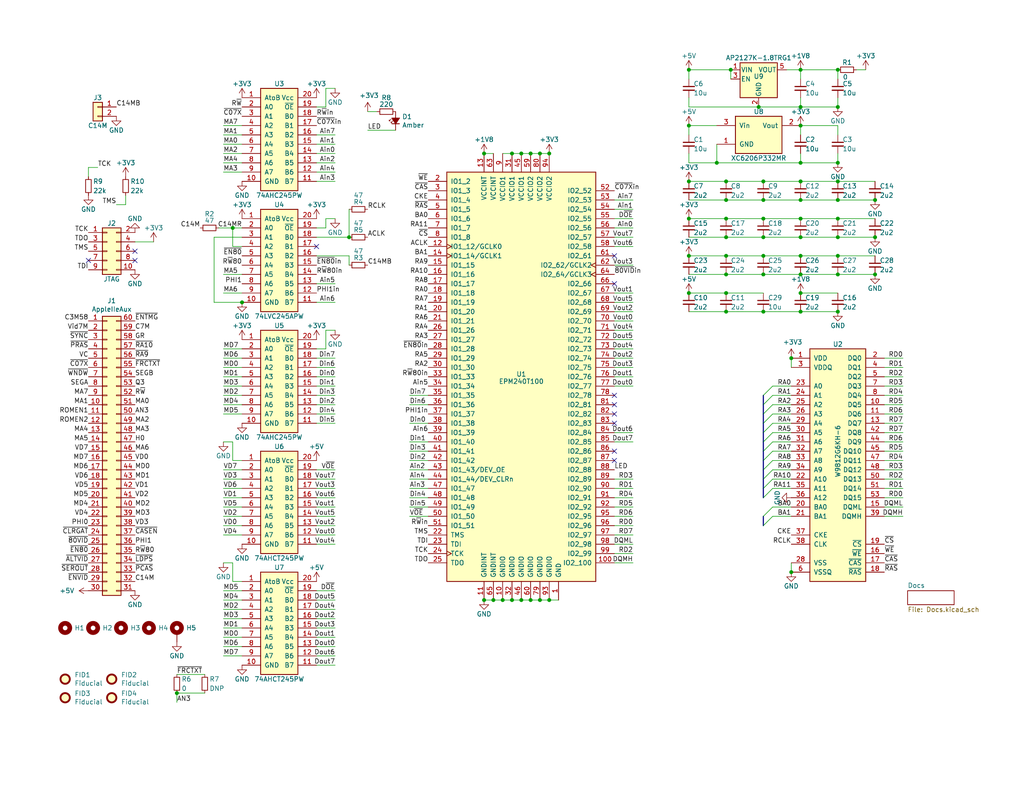
<source format=kicad_sch>
(kicad_sch (version 20230121) (generator eeschema)
  (paper "USLetter")
  (title_block (title "GW4203B (RAM2E II) - EPM240 / 5M240Z / AG256") (date "2023-10-21") (rev "2.1") (company "Garrett's Workshop"))
  (junction (at 228.6 54.61))
  (junction (at 208.28 59.69))
  (junction (at 208.28 85.09))
  (junction (at 198.12 80.01))
  (junction (at 95.25 64.77))
  (junction (at 218.44 19.05))
  (junction (at 187.96 49.53))
  (junction (at 228.6 64.77))
  (junction (at 218.44 85.09))
  (junction (at 198.12 74.93))
  (junction (at 218.44 80.01))
  (junction (at 208.28 69.85))
  (junction (at 208.28 64.77))
  (junction (at 228.6 74.93))
  (junction (at 238.76 64.77))
  (junction (at 198.12 69.85))
  (junction (at 198.12 49.53))
  (junction (at 198.12 54.61))
  (junction (at 147.32 163.83))
  (junction (at 215.9 97.79))
  (junction (at 142.24 163.83))
  (junction (at 199.39 19.05))
  (junction (at 139.7 163.83))
  (junction (at 218.44 29.21))
  (junction (at 147.32 41.91))
  (junction (at 218.44 44.45))
  (junction (at 208.28 74.93))
  (junction (at 187.96 80.01))
  (junction (at 218.44 49.53))
  (junction (at 207.01 29.21))
  (junction (at 149.86 41.91))
  (junction (at 198.12 85.09))
  (junction (at 187.96 59.69))
  (junction (at 139.7 41.91))
  (junction (at 142.24 41.91))
  (junction (at 48.26 189.23))
  (junction (at 228.6 44.45))
  (junction (at 238.76 74.93))
  (junction (at 215.9 156.21))
  (junction (at 132.08 163.83))
  (junction (at 134.62 163.83))
  (junction (at 198.12 64.77))
  (junction (at 137.16 163.83))
  (junction (at 195.58 44.45))
  (junction (at 218.44 59.69))
  (junction (at 208.28 49.53))
  (junction (at 228.6 59.69))
  (junction (at 228.6 85.09))
  (junction (at 187.96 69.85))
  (junction (at 218.44 54.61))
  (junction (at 144.78 163.83))
  (junction (at 149.86 163.83))
  (junction (at 66.04 82.55))
  (junction (at 144.78 41.91))
  (junction (at 218.44 74.93))
  (junction (at 218.44 34.29))
  (junction (at 63.5 62.23))
  (junction (at 132.08 41.91))
  (junction (at 187.96 19.05))
  (junction (at 208.28 54.61))
  (junction (at 228.6 69.85))
  (junction (at 198.12 59.69))
  (junction (at 218.44 64.77))
  (junction (at 228.6 19.05))
  (junction (at 228.6 49.53))
  (junction (at 228.6 29.21))
  (junction (at 238.76 54.61))
  (junction (at 187.96 34.29))
  (junction (at 218.44 69.85))
  (no_connect (at 86.36 67.31))
  (no_connect (at 167.64 123.19))
  (no_connect (at 167.64 69.85))
  (no_connect (at 167.64 77.47))
  (no_connect (at 24.13 71.12))
  (no_connect (at 167.64 115.57))
  (no_connect (at 36.83 71.12))
  (no_connect (at 167.64 107.95))
  (no_connect (at 167.64 110.49))
  (no_connect (at 167.64 125.73))
  (no_connect (at 36.83 68.58))
  (no_connect (at 167.64 113.03))
  (bus_entry (at 210.82 128.27) (size -2.54 2.54))
  (bus_entry (at 210.82 110.49) (size -2.54 2.54))
  (bus_entry (at 210.82 133.35) (size -2.54 2.54))
  (bus_entry (at 210.82 130.81) (size -2.54 2.54))
  (bus_entry (at 210.82 107.95) (size -2.54 2.54))
  (bus_entry (at 210.82 120.65) (size -2.54 2.54))
  (bus_entry (at 210.82 138.43) (size -2.54 2.54))
  (bus_entry (at 210.82 125.73) (size -2.54 2.54))
  (bus_entry (at 210.82 105.41) (size -2.54 2.54))
  (bus_entry (at 210.82 113.03) (size -2.54 2.54))
  (bus_entry (at 210.82 118.11) (size -2.54 2.54))
  (bus_entry (at 210.82 140.97) (size -2.54 2.54))
  (bus_entry (at 210.82 123.19) (size -2.54 2.54))
  (bus_entry (at 210.82 115.57) (size -2.54 2.54))
  (wire (pts (xy 91.44 44.45) (xy 86.36 44.45)))
  (wire (pts (xy 111.76 115.57) (xy 116.84 115.57)))
  (wire (pts (xy 91.44 36.83) (xy 86.36 36.83)))
  (wire (pts (xy 198.12 59.69) (xy 208.28 59.69)))
  (wire (pts (xy 60.96 140.97) (xy 66.04 140.97)))
  (wire (pts (xy 167.64 151.13) (xy 172.72 151.13)))
  (wire (pts (xy 187.96 49.53) (xy 198.12 49.53)))
  (wire (pts (xy 198.12 74.93) (xy 208.28 74.93)))
  (wire (pts (xy 172.72 135.89) (xy 167.64 135.89)))
  (wire (pts (xy 91.44 168.91) (xy 86.36 168.91)))
  (wire (pts (xy 95.25 57.15) (xy 95.25 64.77)))
  (wire (pts (xy 60.96 171.45) (xy 66.04 171.45)))
  (wire (pts (xy 172.72 82.55) (xy 167.64 82.55)))
  (wire (pts (xy 91.44 102.87) (xy 86.36 102.87)))
  (wire (pts (xy 66.04 158.75) (xy 63.5 158.75)))
  (wire (pts (xy 91.44 163.83) (xy 86.36 163.83)))
  (wire (pts (xy 88.9 59.69) (xy 88.9 62.23)))
  (wire (pts (xy 167.64 143.51) (xy 172.72 143.51)))
  (wire (pts (xy 187.96 29.21) (xy 207.01 29.21)))
  (wire (pts (xy 60.96 166.37) (xy 66.04 166.37)))
  (wire (pts (xy 60.96 176.53) (xy 66.04 176.53)))
  (wire (pts (xy 215.9 115.57) (xy 210.82 115.57)))
  (wire (pts (xy 246.38 118.11) (xy 241.3 118.11)))
  (wire (pts (xy 215.9 130.81) (xy 210.82 130.81)))
  (bus (pts (xy 208.28 128.27) (xy 208.28 130.81)))
  (wire (pts (xy 172.72 105.41) (xy 167.64 105.41)))
  (wire (pts (xy 91.44 97.79) (xy 86.36 97.79)))
  (wire (pts (xy 91.44 166.37) (xy 86.36 166.37)))
  (wire (pts (xy 187.96 74.93) (xy 198.12 74.93)))
  (wire (pts (xy 91.44 110.49) (xy 86.36 110.49)))
  (wire (pts (xy 60.96 107.95) (xy 66.04 107.95)))
  (wire (pts (xy 172.72 133.35) (xy 167.64 133.35)))
  (wire (pts (xy 228.6 85.09) (xy 218.44 85.09)))
  (wire (pts (xy 63.5 125.73) (xy 63.5 120.65)))
  (wire (pts (xy 187.96 44.45) (xy 195.58 44.45)))
  (wire (pts (xy 58.42 64.77) (xy 58.42 82.55)))
  (wire (pts (xy 218.44 29.21) (xy 218.44 26.67)))
  (wire (pts (xy 58.42 82.55) (xy 66.04 82.55)))
  (wire (pts (xy 24.13 48.26) (xy 24.13 45.72)))
  (wire (pts (xy 149.86 163.83) (xy 152.4 163.83)))
  (wire (pts (xy 218.44 74.93) (xy 228.6 74.93)))
  (wire (pts (xy 60.96 179.07) (xy 66.04 179.07)))
  (wire (pts (xy 215.9 107.95) (xy 210.82 107.95)))
  (wire (pts (xy 91.44 148.59) (xy 86.36 148.59)))
  (wire (pts (xy 246.38 128.27) (xy 241.3 128.27)))
  (wire (pts (xy 215.9 140.97) (xy 210.82 140.97)))
  (wire (pts (xy 111.76 128.27) (xy 116.84 128.27)))
  (wire (pts (xy 91.44 39.37) (xy 86.36 39.37)))
  (wire (pts (xy 86.36 161.29) (xy 91.44 161.29)))
  (wire (pts (xy 91.44 176.53) (xy 86.36 176.53)))
  (wire (pts (xy 172.72 90.17) (xy 167.64 90.17)))
  (wire (pts (xy 63.5 120.65) (xy 60.96 120.65)))
  (wire (pts (xy 144.78 163.83) (xy 142.24 163.83)))
  (wire (pts (xy 149.86 163.83) (xy 147.32 163.83)))
  (wire (pts (xy 116.84 140.97) (xy 111.76 140.97)))
  (wire (pts (xy 215.9 123.19) (xy 210.82 123.19)))
  (wire (pts (xy 60.96 168.91) (xy 66.04 168.91)))
  (wire (pts (xy 91.44 46.99) (xy 86.36 46.99)))
  (wire (pts (xy 228.6 49.53) (xy 238.76 49.53)))
  (wire (pts (xy 111.76 138.43) (xy 116.84 138.43)))
  (wire (pts (xy 208.28 49.53) (xy 218.44 49.53)))
  (wire (pts (xy 198.12 49.53) (xy 208.28 49.53)))
  (wire (pts (xy 100.33 30.48) (xy 102.87 30.48)))
  (wire (pts (xy 246.38 133.35) (xy 241.3 133.35)))
  (wire (pts (xy 228.6 74.93) (xy 238.76 74.93)))
  (wire (pts (xy 91.44 146.05) (xy 86.36 146.05)))
  (wire (pts (xy 55.88 189.23) (xy 48.26 189.23)))
  (wire (pts (xy 60.96 46.99) (xy 66.04 46.99)))
  (wire (pts (xy 88.9 59.69) (xy 91.44 59.69)))
  (wire (pts (xy 48.26 184.15) (xy 55.88 184.15)))
  (wire (pts (xy 86.36 69.85) (xy 95.25 69.85)))
  (wire (pts (xy 215.9 138.43) (xy 210.82 138.43)))
  (wire (pts (xy 91.44 138.43) (xy 86.36 138.43)))
  (wire (pts (xy 86.36 29.21) (xy 88.9 29.21)))
  (wire (pts (xy 60.96 44.45) (xy 66.04 44.45)))
  (bus (pts (xy 208.28 125.73) (xy 208.28 128.27)))
  (wire (pts (xy 60.96 135.89) (xy 66.04 135.89)))
  (wire (pts (xy 246.38 123.19) (xy 241.3 123.19)))
  (wire (pts (xy 60.96 130.81) (xy 66.04 130.81)))
  (wire (pts (xy 60.96 74.93) (xy 66.04 74.93)))
  (wire (pts (xy 63.5 62.23) (xy 63.5 67.31)))
  (wire (pts (xy 59.69 62.23) (xy 63.5 62.23)))
  (wire (pts (xy 60.96 105.41) (xy 66.04 105.41)))
  (wire (pts (xy 111.76 135.89) (xy 116.84 135.89)))
  (wire (pts (xy 91.44 133.35) (xy 86.36 133.35)))
  (wire (pts (xy 246.38 105.41) (xy 241.3 105.41)))
  (wire (pts (xy 215.9 156.21) (xy 215.9 153.67)))
  (wire (pts (xy 172.72 130.81) (xy 167.64 130.81)))
  (wire (pts (xy 147.32 41.91) (xy 144.78 41.91)))
  (wire (pts (xy 228.6 44.45) (xy 228.6 41.91)))
  (bus (pts (xy 208.28 133.35) (xy 208.28 135.89)))
  (wire (pts (xy 63.5 153.67) (xy 60.96 153.67)))
  (wire (pts (xy 246.38 107.95) (xy 241.3 107.95)))
  (wire (pts (xy 218.44 21.59) (xy 218.44 19.05)))
  (wire (pts (xy 187.96 29.21) (xy 187.96 26.67)))
  (wire (pts (xy 215.9 113.03) (xy 210.82 113.03)))
  (wire (pts (xy 246.38 102.87) (xy 241.3 102.87)))
  (wire (pts (xy 60.96 173.99) (xy 66.04 173.99)))
  (wire (pts (xy 132.08 41.91) (xy 134.62 41.91)))
  (wire (pts (xy 218.44 69.85) (xy 228.6 69.85)))
  (wire (pts (xy 91.44 135.89) (xy 86.36 135.89)))
  (wire (pts (xy 144.78 41.91) (xy 142.24 41.91)))
  (wire (pts (xy 195.58 44.45) (xy 195.58 39.37)))
  (wire (pts (xy 63.5 67.31) (xy 66.04 67.31)))
  (wire (pts (xy 228.6 34.29) (xy 218.44 34.29)))
  (bus (pts (xy 208.28 130.81) (xy 208.28 133.35)))
  (wire (pts (xy 187.96 19.05) (xy 187.96 21.59)))
  (bus (pts (xy 208.28 107.95) (xy 208.28 110.49)))
  (wire (pts (xy 172.72 120.65) (xy 167.64 120.65)))
  (wire (pts (xy 172.72 97.79) (xy 167.64 97.79)))
  (wire (pts (xy 86.36 128.27) (xy 91.44 128.27)))
  (wire (pts (xy 60.96 138.43) (xy 66.04 138.43)))
  (wire (pts (xy 111.76 123.19) (xy 116.84 123.19)))
  (wire (pts (xy 172.72 95.25) (xy 167.64 95.25)))
  (wire (pts (xy 172.72 85.09) (xy 167.64 85.09)))
  (wire (pts (xy 139.7 163.83) (xy 137.16 163.83)))
  (wire (pts (xy 187.96 34.29) (xy 195.58 34.29)))
  (bus (pts (xy 208.28 115.57) (xy 208.28 118.11)))
  (wire (pts (xy 111.76 130.81) (xy 116.84 130.81)))
  (wire (pts (xy 246.38 135.89) (xy 241.3 135.89)))
  (wire (pts (xy 91.44 173.99) (xy 86.36 173.99)))
  (wire (pts (xy 218.44 29.21) (xy 228.6 29.21)))
  (wire (pts (xy 147.32 163.83) (xy 144.78 163.83)))
  (wire (pts (xy 60.96 80.01) (xy 66.04 80.01)))
  (wire (pts (xy 215.9 128.27) (xy 210.82 128.27)))
  (wire (pts (xy 215.9 100.33) (xy 215.9 97.79)))
  (wire (pts (xy 228.6 36.83) (xy 228.6 34.29)))
  (wire (pts (xy 187.96 80.01) (xy 198.12 80.01)))
  (wire (pts (xy 228.6 64.77) (xy 238.76 64.77)))
  (wire (pts (xy 210.82 133.35) (xy 215.9 133.35)))
  (wire (pts (xy 91.44 179.07) (xy 86.36 179.07)))
  (wire (pts (xy 187.96 54.61) (xy 198.12 54.61)))
  (wire (pts (xy 88.9 90.17) (xy 91.44 90.17)))
  (wire (pts (xy 111.76 110.49) (xy 116.84 110.49)))
  (wire (pts (xy 246.38 100.33) (xy 241.3 100.33)))
  (wire (pts (xy 187.96 44.45) (xy 187.96 41.91)))
  (wire (pts (xy 111.76 107.95) (xy 116.84 107.95)))
  (wire (pts (xy 91.44 82.55) (xy 86.36 82.55)))
  (wire (pts (xy 48.26 189.23) (xy 48.26 191.77)))
  (wire (pts (xy 218.44 19.05) (xy 214.63 19.05)))
  (wire (pts (xy 187.96 69.85) (xy 198.12 69.85)))
  (wire (pts (xy 60.96 36.83) (xy 66.04 36.83)))
  (wire (pts (xy 172.72 100.33) (xy 167.64 100.33)))
  (wire (pts (xy 172.72 67.31) (xy 167.64 67.31)))
  (wire (pts (xy 60.96 161.29) (xy 66.04 161.29)))
  (wire (pts (xy 91.44 140.97) (xy 86.36 140.97)))
  (wire (pts (xy 88.9 24.13) (xy 91.44 24.13)))
  (wire (pts (xy 246.38 120.65) (xy 241.3 120.65)))
  (wire (pts (xy 218.44 44.45) (xy 218.44 41.91)))
  (wire (pts (xy 218.44 44.45) (xy 228.6 44.45)))
  (wire (pts (xy 246.38 130.81) (xy 241.3 130.81)))
  (wire (pts (xy 208.28 74.93) (xy 218.44 74.93)))
  (wire (pts (xy 172.72 102.87) (xy 167.64 102.87)))
  (wire (pts (xy 208.28 64.77) (xy 218.44 64.77)))
  (wire (pts (xy 88.9 95.25) (xy 88.9 90.17)))
  (wire (pts (xy 91.44 115.57) (xy 86.36 115.57)))
  (wire (pts (xy 60.96 41.91) (xy 66.04 41.91)))
  (wire (pts (xy 60.96 133.35) (xy 66.04 133.35)))
  (wire (pts (xy 218.44 59.69) (xy 228.6 59.69)))
  (wire (pts (xy 142.24 41.91) (xy 139.7 41.91)))
  (wire (pts (xy 228.6 59.69) (xy 238.76 59.69)))
  (wire (pts (xy 172.72 72.39) (xy 167.64 72.39)))
  (wire (pts (xy 198.12 85.09) (xy 187.96 85.09)))
  (wire (pts (xy 218.44 29.21) (xy 207.01 29.21)))
  (wire (pts (xy 60.96 128.27) (xy 66.04 128.27)))
  (wire (pts (xy 208.28 69.85) (xy 218.44 69.85)))
  (wire (pts (xy 91.44 77.47) (xy 86.36 77.47)))
  (wire (pts (xy 246.38 113.03) (xy 241.3 113.03)))
  (wire (pts (xy 172.72 54.61) (xy 167.64 54.61)))
  (wire (pts (xy 187.96 59.69) (xy 198.12 59.69)))
  (wire (pts (xy 218.44 80.01) (xy 228.6 80.01)))
  (wire (pts (xy 198.12 64.77) (xy 208.28 64.77)))
  (wire (pts (xy 91.44 130.81) (xy 86.36 130.81)))
  (wire (pts (xy 172.72 80.01) (xy 167.64 80.01)))
  (bus (pts (xy 208.28 140.97) (xy 208.28 143.51)))
  (wire (pts (xy 91.44 105.41) (xy 86.36 105.41)))
  (wire (pts (xy 198.12 85.09) (xy 208.28 85.09)))
  (wire (pts (xy 60.96 95.25) (xy 66.04 95.25)))
  (wire (pts (xy 139.7 41.91) (xy 137.16 41.91)))
  (wire (pts (xy 60.96 113.03) (xy 66.04 113.03)))
  (wire (pts (xy 172.72 87.63) (xy 167.64 87.63)))
  (wire (pts (xy 246.38 138.43) (xy 241.3 138.43)))
  (wire (pts (xy 215.9 110.49) (xy 210.82 110.49)))
  (wire (pts (xy 86.36 95.25) (xy 88.9 95.25)))
  (wire (pts (xy 60.96 143.51) (xy 66.04 143.51)))
  (wire (pts (xy 198.12 80.01) (xy 208.28 80.01)))
  (wire (pts (xy 60.96 110.49) (xy 66.04 110.49)))
  (wire (pts (xy 66.04 64.77) (xy 58.42 64.77)))
  (wire (pts (xy 236.22 19.05) (xy 233.68 19.05)))
  (wire (pts (xy 172.72 118.11) (xy 167.64 118.11)))
  (wire (pts (xy 91.44 143.51) (xy 86.36 143.51)))
  (wire (pts (xy 198.12 54.61) (xy 208.28 54.61)))
  (wire (pts (xy 228.6 19.05) (xy 218.44 19.05)))
  (wire (pts (xy 246.38 140.97) (xy 241.3 140.97)))
  (wire (pts (xy 167.64 140.97) (xy 172.72 140.97)))
  (wire (pts (xy 218.44 36.83) (xy 218.44 34.29)))
  (wire (pts (xy 60.96 163.83) (xy 66.04 163.83)))
  (wire (pts (xy 228.6 29.21) (xy 228.6 26.67)))
  (wire (pts (xy 66.04 125.73) (xy 63.5 125.73)))
  (wire (pts (xy 215.9 120.65) (xy 210.82 120.65)))
  (wire (pts (xy 218.44 44.45) (xy 195.58 44.45)))
  (wire (pts (xy 246.38 115.57) (xy 241.3 115.57)))
  (wire (pts (xy 215.9 118.11) (xy 210.82 118.11)))
  (wire (pts (xy 111.76 125.73) (xy 116.84 125.73)))
  (wire (pts (xy 167.64 148.59) (xy 172.72 148.59)))
  (wire (pts (xy 246.38 110.49) (xy 241.3 110.49)))
  (wire (pts (xy 91.44 100.33) (xy 86.36 100.33)))
  (wire (pts (xy 111.76 120.65) (xy 116.84 120.65)))
  (wire (pts (xy 107.95 35.56) (xy 100.33 35.56)))
  (wire (pts (xy 172.72 92.71) (xy 167.64 92.71)))
  (wire (pts (xy 172.72 64.77) (xy 167.64 64.77)))
  (wire (pts (xy 66.04 62.23) (xy 63.5 62.23)))
  (wire (pts (xy 208.28 54.61) (xy 218.44 54.61)))
  (wire (pts (xy 41.91 66.04) (xy 36.83 66.04)))
  (wire (pts (xy 215.9 105.41) (xy 210.82 105.41)))
  (wire (pts (xy 91.44 41.91) (xy 86.36 41.91)))
  (bus (pts (xy 208.28 118.11) (xy 208.28 120.65)))
  (bus (pts (xy 208.28 110.49) (xy 208.28 113.03)))
  (wire (pts (xy 187.96 64.77) (xy 198.12 64.77)))
  (wire (pts (xy 228.6 21.59) (xy 228.6 19.05)))
  (wire (pts (xy 60.96 102.87) (xy 66.04 102.87)))
  (wire (pts (xy 86.36 62.23) (xy 88.9 62.23)))
  (wire (pts (xy 91.44 107.95) (xy 86.36 107.95)))
  (wire (pts (xy 228.6 54.61) (xy 238.76 54.61)))
  (wire (pts (xy 60.96 39.37) (xy 66.04 39.37)))
  (bus (pts (xy 208.28 120.65) (xy 208.28 123.19)))
  (wire (pts (xy 172.72 57.15) (xy 167.64 57.15)))
  (wire (pts (xy 91.44 171.45) (xy 86.36 171.45)))
  (wire (pts (xy 60.96 146.05) (xy 66.04 146.05)))
  (wire (pts (xy 215.9 125.73) (xy 210.82 125.73)))
  (wire (pts (xy 60.96 100.33) (xy 66.04 100.33)))
  (wire (pts (xy 91.44 181.61) (xy 86.36 181.61)))
  (wire (pts (xy 218.44 54.61) (xy 228.6 54.61)))
  (wire (pts (xy 142.24 163.83) (xy 139.7 163.83)))
  (wire (pts (xy 218.44 49.53) (xy 228.6 49.53)))
  (wire (pts (xy 111.76 133.35) (xy 116.84 133.35)))
  (wire (pts (xy 246.38 97.79) (xy 241.3 97.79)))
  (wire (pts (xy 187.96 19.05) (xy 199.39 19.05)))
  (wire (pts (xy 198.12 69.85) (xy 208.28 69.85)))
  (wire (pts (xy 34.29 55.88) (xy 34.29 53.34)))
  (wire (pts (xy 172.72 62.23) (xy 167.64 62.23)))
  (wire (pts (xy 167.64 153.67) (xy 172.72 153.67)))
  (wire (pts (xy 88.9 24.13) (xy 88.9 29.21)))
  (wire (pts (xy 167.64 59.69) (xy 172.72 59.69)))
  (bus (pts (xy 208.28 123.19) (xy 208.28 125.73)))
  (wire (pts (xy 24.13 45.72) (xy 26.67 45.72)))
  (wire (pts (xy 228.6 69.85) (xy 238.76 69.85)))
  (wire (pts (xy 95.25 69.85) (xy 95.25 72.39)))
  (wire (pts (xy 149.86 41.91) (xy 147.32 41.91)))
  (wire (pts (xy 208.28 85.09) (xy 218.44 85.09)))
  (wire (pts (xy 172.72 138.43) (xy 167.64 138.43)))
  (wire (pts (xy 60.96 34.29) (xy 66.04 34.29)))
  (wire (pts (xy 199.39 19.05) (xy 199.39 21.59)))
  (wire (pts (xy 167.64 146.05) (xy 172.72 146.05)))
  (wire (pts (xy 91.44 49.53) (xy 86.36 49.53)))
  (wire (pts (xy 91.44 113.03) (xy 86.36 113.03)))
  (wire (pts (xy 134.62 163.83) (xy 132.08 163.83)))
  (wire (pts (xy 137.16 163.83) (xy 134.62 163.83)))
  (bus (pts (xy 208.28 113.03) (xy 208.28 115.57)))
  (wire (pts (xy 208.28 59.69) (xy 218.44 59.69)))
  (wire (pts (xy 187.96 34.29) (xy 187.96 36.83)))
  (wire (pts (xy 31.75 55.88) (xy 34.29 55.88)))
  (wire (pts (xy 60.96 97.79) (xy 66.04 97.79)))
  (wire (pts (xy 246.38 125.73) (xy 241.3 125.73)))
  (wire (pts (xy 86.36 64.77) (xy 95.25 64.77)))
  (wire (pts (xy 63.5 158.75) (xy 63.5 153.67)))
  (wire (pts (xy 218.44 64.77) (xy 228.6 64.77)))
  (label "R~{W}80" (at 36.83 151.13 0))
  (label "~{CS}" (at 116.84 64.77 180))
  (label "MD2" (at 36.83 138.43 0))
  (label "~{PCAS}" (at 36.83 156.21 0))
  (label "ROMEN1" (at 24.13 113.03 180))
  (label "Din1" (at 111.76 120.65 0))
  (label "~{CASEN}" (at 36.83 146.05 0))
  (label "R~{W}in" (at 116.84 143.51 180))
  (label "TCK" (at 26.67 45.72 0))
  (label "D~{OE}" (at 91.44 161.29 180))
  (label "VD1" (at 36.83 133.35 0))
  (label "RD1" (at 246.38 133.35 180))
  (label "~{ENTMG}" (at 36.83 87.63 0))
  (label "VD6" (at 60.96 133.35 0))
  (label "Din0" (at 91.44 102.87 180))
  (label "RA6" (at 215.9 120.65 180))
  (label "PHI1" (at 36.83 148.59 0))
  (label "MA2" (at 36.83 115.57 0))
  (label "Din7" (at 111.76 107.95 0))
  (label "DQMH" (at 246.38 140.97 180))
  (label "~{CAS}" (at 241.3 153.67 0))
  (label "RA11" (at 116.84 62.23 180))
  (label "MD7" (at 60.96 95.25 0))
  (label "VD2" (at 36.83 135.89 0))
  (label "Dout5" (at 172.72 92.71 180))
  (label "~{EN80}in" (at 116.84 95.25 180))
  (label "BA0" (at 116.84 59.69 180))
  (label "TDI" (at 116.84 148.59 180))
  (label "R~{W}" (at 66.04 29.21 180))
  (label "RD1" (at 172.72 133.35 180))
  (label "MD6" (at 60.96 176.53 0))
  (label "RD7" (at 246.38 115.57 180))
  (label "RA2" (at 215.9 110.49 180))
  (label "SEGA" (at 24.13 105.41 180))
  (label "MD0" (at 60.96 100.33 0))
  (label "Ain7" (at 172.72 54.61 180))
  (label "MA7" (at 24.13 107.95 180))
  (label "GR" (at 36.83 92.71 0))
  (label "Vout5" (at 91.44 140.97 180))
  (label "Vout2" (at 91.44 143.51 180))
  (label "RA3" (at 116.84 92.71 180))
  (label "Ain6" (at 116.84 118.11 180))
  (label "CKE" (at 116.84 54.61 180))
  (label "Din4" (at 111.76 135.89 0))
  (label "MD5" (at 60.96 113.03 0))
  (label "Din5" (at 91.44 115.57 180))
  (label "TDO" (at 24.13 66.04 180))
  (label "Din6" (at 111.76 110.49 0))
  (label "PHI0" (at 24.13 143.51 180))
  (label "Din2" (at 111.76 125.73 0))
  (label "Din3" (at 91.44 107.95 180))
  (label "MD4" (at 60.96 163.83 0))
  (label "VD6" (at 24.13 130.81 180))
  (label "R~{W}in" (at 86.36 31.75 0))
  (label "RD2" (at 172.72 151.13 180))
  (label "TDO" (at 116.84 153.67 180))
  (label "V~{OE}" (at 111.76 140.97 0))
  (label "RD6" (at 172.72 140.97 180))
  (label "Vout4" (at 172.72 90.17 180))
  (label "VD3" (at 36.83 143.51 0))
  (label "RA4" (at 116.84 90.17 180))
  (label "RA9" (at 116.84 72.39 180))
  (label "RD0" (at 172.72 143.51 180))
  (label "C14MB" (at 31.75 29.21 0))
  (label "VD0" (at 36.83 125.73 0))
  (label "MD2" (at 60.96 107.95 0))
  (label "MA1" (at 24.13 110.49 180))
  (label "Dout3" (at 172.72 100.33 180))
  (label "MA7" (at 60.96 34.29 0))
  (label "~{LDPS}" (at 36.83 153.67 0))
  (label "~{RA10}" (at 36.83 95.25 0))
  (label "RD2" (at 246.38 130.81 180))
  (label "Q3" (at 36.83 105.41 0))
  (label "MD3" (at 60.96 105.41 0))
  (label "RA11" (at 215.9 133.35 180))
  (label "V~{OE}" (at 91.44 128.27 180))
  (label "RD5" (at 246.38 110.49 180))
  (label "TMS" (at 24.13 68.58 180))
  (label "TDI" (at 24.13 73.66 180))
  (label "~{CS}" (at 241.3 148.59 0))
  (label "VD3" (at 60.96 130.81 0))
  (label "MD3" (at 36.83 140.97 0))
  (label "~{FRCTXT}" (at 48.26 184.15 0))
  (label "R~{W}80in" (at 86.36 74.93 0))
  (label "RA4" (at 215.9 115.57 180))
  (label "R~{W}80in" (at 116.84 102.87 180))
  (label "MD0" (at 60.96 173.99 0))
  (label "MA3" (at 60.96 46.99 0))
  (label "LED" (at 167.64 128.27 0))
  (label "C14MB" (at 100.33 72.39 0))
  (label "Dout5" (at 91.44 163.83 180))
  (label "Dout2" (at 172.72 97.79 180))
  (label "~{CLRGAT}" (at 24.13 146.05 180))
  (label "MD5" (at 24.13 135.89 180))
  (label "RA5" (at 215.9 118.11 180))
  (label "RA10" (at 215.9 130.81 180))
  (label "TMS" (at 116.84 146.05 180))
  (label "MA6" (at 60.96 80.01 0))
  (label "C7M" (at 36.83 90.17 0))
  (label "RA1" (at 116.84 85.09 180))
  (label "~{SYNC}" (at 24.13 92.71 180))
  (label "Dout3" (at 91.44 171.45 180))
  (label "Din4" (at 91.44 113.03 180))
  (label "Din3" (at 111.76 123.19 0))
  (label "MD1" (at 60.96 102.87 0))
  (label "R~{W}" (at 36.83 107.95 0))
  (label "MD0" (at 36.83 128.27 0))
  (label "Ain1" (at 91.44 39.37 180))
  (label "MA2" (at 60.96 41.91 0))
  (label "Din1" (at 91.44 105.41 180))
  (label "Dout7" (at 172.72 120.65 180))
  (label "BA1" (at 215.9 140.97 180))
  (label "RA0" (at 116.84 80.01 180))
  (label "RA3" (at 215.9 113.03 180))
  (label "RD4" (at 172.72 135.89 180))
  (label "AN3" (at 48.26 191.77 0))
  (label "~{CAS}" (at 116.84 52.07 180))
  (label "Vout4" (at 91.44 148.59 180))
  (label "TCK" (at 116.84 151.13 180))
  (label "Vout1" (at 91.44 138.43 180))
  (label "MD1" (at 60.96 171.45 0))
  (label "C14MR" (at 66.04 62.23 180))
  (label "PHI1in" (at 86.36 80.01 0))
  (label "RD3" (at 246.38 128.27 180))
  (label "AN3" (at 36.83 113.03 0))
  (label "RA6" (at 116.84 87.63 180))
  (label "RD7" (at 172.72 146.05 180))
  (label "~{RAS}" (at 241.3 156.21 0))
  (label "Din5" (at 111.76 138.43 0))
  (label "VD2" (at 60.96 140.97 0))
  (label "MD4" (at 60.96 110.49 0))
  (label "~{EN80}in" (at 86.36 72.39 0))
  (label "Dout1" (at 172.72 102.87 180))
  (label "MD7" (at 24.13 125.73 180))
  (label "VC" (at 24.13 97.79 180))
  (label "Vout5" (at 172.72 82.55 180))
  (label "Ain2" (at 91.44 44.45 180))
  (label "MD5" (at 60.96 161.29 0))
  (label "~{C07X}" (at 66.04 31.75 180))
  (label "RA7" (at 116.84 82.55 180))
  (label "Ain5" (at 116.84 105.41 180))
  (label "ACLK" (at 100.33 64.77 0))
  (label "Dout2" (at 91.44 168.91 180))
  (label "Vout3" (at 172.72 72.39 180))
  (label "Dout1" (at 91.44 173.99 180))
  (label "RD0" (at 246.38 135.89 180))
  (label "RD0" (at 246.38 97.79 180))
  (label "Vout6" (at 172.72 67.31 180))
  (label "Ain4" (at 111.76 130.81 0))
  (label "RD3" (at 246.38 105.41 180))
  (label "RA8" (at 116.84 77.47 180))
  (label "RA1" (at 215.9 107.95 180))
  (label "Din2" (at 91.44 110.49 180))
  (label "TCK" (at 24.13 63.5 180))
  (label "MA4" (at 60.96 44.45 0))
  (label "Ain5" (at 91.44 77.47 180))
  (label "Ain3" (at 91.44 49.53 180))
  (label "VD5" (at 60.96 138.43 0))
  (label "MA0" (at 60.96 39.37 0))
  (label "RCLK" (at 100.33 57.15 0))
  (label "RD5" (at 172.72 138.43 180))
  (label "RD6" (at 246.38 120.65 180))
  (label "MD6" (at 24.13 128.27 180))
  (label "~{ALTVID}" (at 24.13 153.67 180))
  (label "RA8" (at 215.9 125.73 180))
  (label "DQMH" (at 172.72 153.67 180))
  (label "MD1" (at 36.83 130.81 0))
  (label "Dout6" (at 91.44 179.07 180))
  (label "~{EN80}" (at 66.04 69.85 180))
  (label "~{PRAS}" (at 24.13 95.25 180))
  (label "Ain2" (at 111.76 128.27 0))
  (label "Ain3" (at 111.76 133.35 0))
  (label "LED" (at 100.33 35.56 0))
  (label "Vid7M" (at 24.13 90.17 180))
  (label "Dout0" (at 172.72 105.41 180))
  (label "RD3" (at 172.72 130.81 180))
  (label "VD7" (at 24.13 123.19 180))
  (label "Din7" (at 91.44 97.79 180))
  (label "C3M58" (at 24.13 87.63 180))
  (label "~{C07X}" (at 24.13 100.33 180))
  (label "MA4" (at 24.13 118.11 180))
  (label "R~{W}80" (at 66.04 72.39 180))
  (label "Ain0" (at 172.72 62.23 180))
  (label "RCLK" (at 215.9 148.59 180))
  (label "Ain4" (at 91.44 46.99 180))
  (label "~{WE}" (at 241.3 151.13 0))
  (label "RD6" (at 246.38 113.03 180))
  (label "VD4" (at 60.96 146.05 0))
  (label "RA0" (at 215.9 105.41 180))
  (label "RD1" (at 246.38 100.33 180))
  (label "RA2" (at 116.84 100.33 180))
  (label "Vout2" (at 172.72 85.09 180))
  (label "RD2" (at 246.38 102.87 180))
  (label "TMS" (at 31.75 55.88 180))
  (label "~{RAS}" (at 116.84 57.15 180))
  (label "MA5" (at 24.13 120.65 180))
  (label "~{ENVID}" (at 24.13 158.75 180))
  (label "RA7" (at 215.9 123.19 180))
  (label "Ain0" (at 91.44 41.91 180))
  (label "Vout7" (at 172.72 64.77 180))
  (label "ACLK" (at 116.84 67.31 180))
  (label "ROMEN2" (at 24.13 115.57 180))
  (label "Dout0" (at 91.44 176.53 180))
  (label "MD6" (at 60.96 97.79 0))
  (label "VD4" (at 24.13 140.97 180))
  (label "Vout0" (at 172.72 87.63 180))
  (label "Ain6" (at 91.44 82.55 180))
  (label "~{C07X}in" (at 86.36 34.29 0))
  (label "VD7" (at 60.96 128.27 0))
  (label "BA0" (at 215.9 138.43 180))
  (label "C14M" (at 36.83 158.75 0))
  (label "Dout7" (at 91.44 181.61 180))
  (label "VD5" (at 24.13 133.35 180))
  (label "MA6" (at 36.83 123.19 0))
  (label "Ain7" (at 91.44 36.83 180))
  (label "~{FRCTXT}" (at 36.83 100.33 0))
  (label "Din6" (at 91.44 100.33 180))
  (label "RD4" (at 246.38 107.95 180))
  (label "~{EN80}" (at 24.13 151.13 180))
  (label "D~{OE}" (at 172.72 59.69 180))
  (label "MA0" (at 36.83 110.49 0))
  (label "MD7" (at 60.96 179.07 0))
  (label "MA5" (at 60.96 74.93 0))
  (label "DQML" (at 246.38 138.43 180))
  (label "C14M" (at 54.61 62.23 180))
  (label "~{RA9}" (at 36.83 97.79 0))
  (label "SEGB" (at 36.83 102.87 0))
  (label "Vout0" (at 91.44 146.05 180))
  (label "RA9" (at 215.9 128.27 180))
  (label "Vout3" (at 91.44 133.35 180))
  (label "~{WE}" (at 116.84 49.53 180))
  (label "MA1" (at 60.96 36.83 0))
  (label "RD4" (at 246.38 125.73 180))
  (label "Din0" (at 111.76 115.57 0))
  (label "Vout7" (at 91.44 130.81 180))
  (label "~{C07X}in" (at 167.64 52.07 0))
  (label "DQML" (at 172.72 148.59 180))
  (label "~{80VID}" (at 24.13 148.59 180))
  (label "Vout6" (at 91.44 135.89 180))
  (label "RA5" (at 116.84 97.79 180))
  (label "~{80VID}in" (at 167.64 74.93 0))
  (label "Dout4" (at 172.72 95.25 180))
  (label "VD1" (at 60.96 135.89 0))
  (label "BA1" (at 116.84 69.85 180))
  (label "CKE" (at 215.9 146.05 180))
  (label "Dout4" (at 91.44 166.37 180))
  (label "PHI1in" (at 116.84 113.03 180))
  (label "MD3" (at 60.96 168.91 0))
  (label "PHI1" (at 66.04 77.47 180))
  (label "RA10" (at 116.84 74.93 180))
  (label "~{SEROUT}" (at 24.13 156.21 180))
  (label "MD2" (at 60.96 166.37 0))
  (label "Dout6" (at 172.72 118.11 180))
  (label "~{WNDW}" (at 24.13 102.87 180))
  (label "Vout1" (at 172.72 80.01 180))
  (label "MD4" (at 24.13 138.43 180))
  (label "RD5" (at 246.38 123.19 180))
  (label "H0" (at 36.83 120.65 0))
  (label "VD0" (at 60.96 143.51 0))
  (label "MA3" (at 36.83 118.11 0))
  (label "Ain1" (at 172.72 57.15 180))
  (label "RD7" (at 246.38 118.11 180))
  (symbol (lib_id "Device:C_Small") (at 218.44 24.13 0) (unit 1)
    (property "Reference" "C4" (at 219.71 22.86 0) (effects (justify left)))
    (property "Value" "10u" (at 219.71 25.4 0) (effects (justify left)))
    (property "Footprint" "stdpads:C_0805" (effects hide))
    (property "LCSC Part" "C15850" (effects hide))
    (property "Mfg. Part Numbers" "Samsung CL21A106KAYNNNE" (effects hide))
    (property "Notes" "10V or higher. Any manufacturer's part is acceptable but Samsung, Murata, Yageo preferred." (effects hide))
  )
  (symbol (lib_id "Device:C_Small") (at 228.6 24.13 0) (unit 1)
    (property "Reference" "C5" (at 229.87 22.86 0) (effects (justify left)))
    (property "Value" "10u" (at 229.87 25.4 0) (effects (justify left)))
    (property "Footprint" "stdpads:C_0805" (effects hide))
    (property "LCSC Part" "C15850" (effects hide))
    (property "Mfg. Part Numbers" "Samsung CL21A106KAYNNNE" (effects hide))
    (property "Notes" "10V or higher. Any manufacturer's part is acceptable but Samsung, Murata, Yageo preferred." (effects hide))
  )
  (symbol (lib_id "Mechanical:Fiducial") (at 17.78 185.42 0) (unit 1)
    (property "Reference" "FID1" (at 20.32 184.2516 0) (effects (justify left)))
    (property "Value" "Fiducial" (at 20.32 186.563 0) (effects (justify left)))
    (property "Footprint" "stdpads:Fiducial" (effects hide))
    (property "Notes" "DNP - SMT vision system fiducial" (effects hide))
  )
  (symbol (lib_id "Mechanical:Fiducial") (at 30.48 185.42 0) (unit 1)
    (property "Reference" "FID2" (at 33.02 184.2516 0) (effects (justify left)))
    (property "Value" "Fiducial" (at 33.02 186.563 0) (effects (justify left)))
    (property "Footprint" "stdpads:Fiducial" (effects hide))
    (property "Notes" "DNP - SMT vision system fiducial" (effects hide))
  )
  (symbol (lib_id "Mechanical:Fiducial") (at 17.78 190.5 0) (unit 1)
    (property "Reference" "FID3" (at 20.32 189.3316 0) (effects (justify left)))
    (property "Value" "Fiducial" (at 20.32 191.643 0) (effects (justify left)))
    (property "Footprint" "stdpads:Fiducial" (effects hide))
    (property "Notes" "DNP - SMT vision system fiducial" (effects hide))
  )
  (symbol (lib_id "Mechanical:Fiducial") (at 30.48 190.5 0) (unit 1)
    (property "Reference" "FID4" (at 33.02 189.3316 0) (effects (justify left)))
    (property "Value" "Fiducial" (at 33.02 191.643 0) (effects (justify left)))
    (property "Footprint" "stdpads:Fiducial" (effects hide))
    (property "Notes" "DNP - SMT vision system fiducial" (effects hide))
  )
  (symbol (lib_id "Mechanical:MountingHole") (at 17.78 171.45 0) (unit 1)
    (property "Reference" "H1" (at 20.32 171.45 0) (effects (justify left)))
    (property "Value" " " (at 20.32 172.466 0) (effects (justify left)))
    (property "Footprint" "stdpads:PasteHole_1.152mm_NPTH" (effects hide))
    (property "Notes" "DNP - mounting hole for solder paste printing" (effects hide))
  )
  (symbol (lib_id "Mechanical:MountingHole") (at 25.4 171.45 0) (unit 1)
    (property "Reference" "H2" (at 27.94 171.45 0) (effects (justify left)))
    (property "Value" " " (at 27.94 172.466 0) (effects (justify left)))
    (property "Footprint" "stdpads:PasteHole_1.152mm_NPTH" (effects hide))
    (property "Notes" "DNP - mounting hole for solder paste printing" (effects hide))
  )
  (symbol (lib_id "Mechanical:MountingHole") (at 33.02 171.45 0) (unit 1)
    (property "Reference" "H3" (at 35.56 171.45 0) (effects (justify left)))
    (property "Value" " " (at 35.56 172.466 0) (effects (justify left)))
    (property "Footprint" "stdpads:PasteHole_1.152mm_NPTH" (effects hide))
    (property "Notes" "DNP - mounting hole for solder paste printing" (effects hide))
  )
  (symbol (lib_id "Mechanical:MountingHole") (at 40.64 171.45 0) (unit 1)
    (property "Reference" "H4" (at 43.18 171.45 0) (effects (justify left)))
    (property "Value" " " (at 43.18 172.466 0) (effects (justify left)))
    (property "Footprint" "stdpads:PasteHole_1.152mm_NPTH" (effects hide))
    (property "Notes" "DNP - mounting hole for solder paste printing" (effects hide))
  )
  (symbol (lib_id "Connector_Generic:Conn_02x30_Counter_Clockwise") (at 29.21 123.19 0) (unit 1)
    (property "Reference" "J1" (at 30.48 82.1182 0))
    (property "Value" "AppleIIeAux" (at 30.48 84.4296 0))
    (property "Footprint" "stdpads:AppleIIeAux_Edge" (effects hide))
    (property "Notes" "DNP - edge connector" (effects hide))
  )
  (symbol (lib_id "power:+5V") (at 24.13 161.29 90) (unit 1)
    (property "Reference" "#PWR0106" (effects hide))
    (property "Value" "+5V" (at 20.32 161.29 90) (effects (justify left)))
  )
  (symbol (lib_id "power:GND") (at 36.83 161.29 0) (unit 1)
    (property "Reference" "#PWR0107" (effects hide))
    (property "Value" "GND" (at 36.83 165.1 0))
  )
  (symbol (lib_id "Device:C_Small") (at 187.96 39.37 0) (unit 1)
    (property "Reference" "C1" (at 189.23 38.1 0) (effects (justify left)))
    (property "Value" "10u" (at 189.23 40.64 0) (effects (justify left)))
    (property "Footprint" "stdpads:C_0805" (effects hide))
    (property "LCSC Part" "C15850" (effects hide))
    (property "Mfg. Part Numbers" "Samsung CL21A106KAYNNNE" (effects hide))
    (property "Notes" "10V or higher. Any manufacturer's part is acceptable but Samsung, Murata, Yageo preferred." (effects hide))
  )
  (symbol (lib_id "Device:C_Small") (at 228.6 39.37 0) (unit 1)
    (property "Reference" "C3" (at 229.87 38.1 0) (effects (justify left)))
    (property "Value" "10u" (at 229.87 40.64 0) (effects (justify left)))
    (property "Footprint" "stdpads:C_0805" (effects hide))
    (property "LCSC Part" "C15850" (effects hide))
    (property "Mfg. Part Numbers" "Samsung CL21A106KAYNNNE" (effects hide))
    (property "Notes" "10V or higher. Any manufacturer's part is acceptable but Samsung, Murata, Yageo preferred." (effects hide))
  )
  (symbol (lib_id "GW_RAM:SDRAM-16Mx16-TSOP2-54") (at 228.6 123.19 0) (unit 1)
    (property "Reference" "U2" (at 228.6 93.98 0))
    (property "Value" "W9812G6KH-6" (at 228.6 123.19 90))
    (property "Footprint" "stdpads:TSOP-II-54_22.2x10.16mm_P0.8mm" (effects hide))
    (property "LCSC Part" "C62379" (effects hide))
    (property "Mfg. Part Numbers" "Winbond W9812G6KH-6, Winbond W9812G6KH-6I, Winbond W9825G6KH-6, Winbond W9825G6KH-6I, ISSI IS42S16160J-6TL, ISSI IS42S16160J-6TLI, Micron MT48LC16M16A2P-6A :G, Micron MT48LC16M16A2P-6A IT:G" (effects hide))
    (property "Notes" "Most 166 MHz 128/256 Mbit x16 SDRAM is acceptable." (effects hide))
  )
  (symbol (lib_id "GW_Logic:74245") (at 76.2 38.1 0) (unit 1)
    (property "Reference" "U3" (at 76.2 22.86 0))
    (property "Value" "74AHC245PW" (at 76.2 53.34 0))
    (property "Footprint" "stdpads:TSSOP-20_4.4x6.5mm_P0.65mm" (effects hide))
    (property "LCSC Part" "C5516" (effects hide))
    (property "Mfg. Part Numbers" "NXP 74LVC245APW, TI SN74LVC245APW, NXP 74AHC245PW, NXP 74AHC245APW, TI SN74AHC245PW" (effects hide))
    (property "Notes" "Most 74LVC245 or 74AHC245 in TSSOP-20 package is acceptable." (effects hide))
  )
  (symbol (lib_id "GW_Logic:74245") (at 76.2 104.14 0) (unit 1)
    (property "Reference" "U5" (at 76.2 88.9 0))
    (property "Value" "74AHC245PW" (at 76.2 119.38 0))
    (property "Footprint" "stdpads:TSSOP-20_4.4x6.5mm_P0.65mm" (effects hide))
    (property "LCSC Part" "C5516" (effects hide))
    (property "Mfg. Part Numbers" "NXP 74LVC245APW, TI SN74LVC245APW, NXP 74AHC245PW, NXP 74AHC245APW, TI SN74AHC245PW" (effects hide))
    (property "Notes" "Most 74LVC245 or 74AHC245 in TSSOP-20 package is acceptable." (effects hide))
  )
  (symbol (lib_id "GW_Logic:74245") (at 76.2 170.18 0) (unit 1)
    (property "Reference" "U7" (at 76.2 154.94 0))
    (property "Value" "74AHCT245PW" (at 76.2 185.42 0))
    (property "Footprint" "stdpads:TSSOP-20_4.4x6.5mm_P0.65mm" (effects hide))
    (property "LCSC Part" "C173388" (effects hide))
    (property "Mfg. Part Numbers" "NXP 74AHCT245PW, NXP 74AHCT245APW, TI SN74AHCT245PW" (effects hide))
    (property "Notes" "Most 74AHCT245 in TSSOP-20 package is acceptable." (effects hide))
  )
  (symbol (lib_id "Device:R_Small") (at 55.88 186.69 0) (mirror y) (unit 1)
    (property "Reference" "R7" (at 57.15 185.42 0) (effects (justify right)))
    (property "Value" "DNP" (at 57.15 187.96 0) (effects (justify right)))
    (property "Footprint" "stdpads:R_0805" (effects hide))
  )
  (symbol (lib_id "power:GND") (at 66.04 49.53 0) (unit 1)
    (property "Reference" "#PWR0101" (effects hide))
    (property "Value" "GND" (at 66.04 53.34 0))
  )
  (symbol (lib_id "power:GND") (at 66.04 115.57 0) (unit 1)
    (property "Reference" "#PWR0123" (effects hide))
    (property "Value" "GND" (at 66.04 119.38 0))
  )
  (symbol (lib_id "power:GND") (at 66.04 181.61 0) (unit 1)
    (property "Reference" "#PWR0122" (effects hide))
    (property "Value" "GND" (at 66.04 185.42 0))
  )
  (symbol (lib_id "power:+5V") (at 86.36 158.75 0) (unit 1)
    (property "Reference" "#PWR0121" (effects hide))
    (property "Value" "+5V" (at 86.36 154.94 0))
  )
  (symbol (lib_id "power:+3V3") (at 86.36 92.71 0) (unit 1)
    (property "Reference" "#PWR0120" (effects hide))
    (property "Value" "+3V3" (at 86.36 88.9 0))
  )
  (symbol (lib_id "power:+3V3") (at 86.36 26.67 0) (unit 1)
    (property "Reference" "#PWR0102" (effects hide))
    (property "Value" "+3V3" (at 86.36 22.86 0))
  )
  (symbol (lib_id "power:GND") (at 91.44 90.17 0) (unit 1)
    (property "Reference" "#PWR0119" (effects hide))
    (property "Value" "GND" (at 91.44 93.98 0))
  )
  (symbol (lib_id "power:GND") (at 91.44 24.13 0) (unit 1)
    (property "Reference" "#PWR0104" (effects hide))
    (property "Value" "GND" (at 91.44 27.94 0))
  )
  (symbol (lib_id "Device:R_Small") (at 24.13 50.8 0) (mirror y) (unit 1)
    (property "Reference" "R9" (at 25.4 49.53 0) (effects (justify right)))
    (property "Value" "22k" (at 25.4 52.07 0) (effects (justify right)))
    (property "Footprint" "stdpads:R_0805" (effects hide))
    (property "LCSC Part" "C17560" (effects hide))
    (property "Mfg. Part Numbers" "Uniroyal 0805W8F2202T5E" (effects hide))
    (property "Notes" "Any manufacturer's part is acceptable." (effects hide))
  )
  (symbol (lib_id "Device:R_Small") (at 34.29 50.8 0) (mirror y) (unit 1)
    (property "Reference" "R10" (at 35.56 49.53 0) (effects (justify right)))
    (property "Value" "22k" (at 35.56 52.07 0) (effects (justify right)))
    (property "Footprint" "stdpads:R_0805" (effects hide))
    (property "LCSC Part" "C17560" (effects hide))
    (property "Mfg. Part Numbers" "Uniroyal 0805W8F2202T5E" (effects hide))
    (property "Notes" "Any manufacturer's part is acceptable." (effects hide))
  )
  (symbol (lib_id "power:GND") (at 24.13 53.34 0) (unit 1)
    (property "Reference" "#PWR0148" (effects hide))
    (property "Value" "GND" (at 24.13 57.15 0))
  )
  (symbol (lib_id "power:+3V3") (at 34.29 48.26 0) (unit 1)
    (property "Reference" "#PWR0149" (effects hide))
    (property "Value" "+3V3" (at 34.29 44.45 0))
  )
  (symbol (lib_id "Connector_Generic:Conn_02x05_Odd_Even") (at 29.21 68.58 0) (unit 1)
    (property "Reference" "J2" (at 30.48 60.96 0))
    (property "Value" "JTAG" (at 30.48 76.2 0))
    (property "Footprint" "stdpads:TC2050" (effects hide))
    (property "Notes" "DNP - test pad connector" (effects hide))
  )
  (symbol (lib_id "power:GND") (at 36.83 73.66 0) (unit 1)
    (property "Reference" "#PWR0141" (effects hide))
    (property "Value" "GND" (at 36.83 77.47 0))
  )
  (symbol (lib_id "power:GND") (at 36.83 63.5 180) (unit 1)
    (property "Reference" "#PWR0142" (effects hide))
    (property "Value" "GND" (at 36.83 59.69 0))
  )
  (symbol (lib_id "power:+3V3") (at 41.91 66.04 0) (unit 1)
    (property "Reference" "#PWR0143" (effects hide))
    (property "Value" "+3V3" (at 41.91 62.23 0))
  )
  (symbol (lib_id "Mechanical:MountingHole_Pad") (at 48.26 172.72 0) (unit 1)
    (property "Reference" "H5" (at 50.8 171.4246 0) (effects (justify left)))
    (property "Value" " " (at 50.8 173.736 0) (effects (justify left)))
    (property "Footprint" "stdpads:PasteHole_1.1mm_PTH" (effects hide))
    (property "Notes" "DNP - mounting hole" (effects hide))
  )
  (symbol (lib_id "power:GND") (at 215.9 156.21 0) (unit 1)
    (property "Reference" "#PWR0105" (effects hide))
    (property "Value" "GND" (at 215.9 160.02 0))
  )
  (symbol (lib_id "power:+3V3") (at 215.9 97.79 0) (unit 1)
    (property "Reference" "#PWR0109" (effects hide))
    (property "Value" "+3V3" (at 216.281 93.3958 0))
  )
  (symbol (lib_id "GW_PLD:5M240ZT100") (at 142.24 102.87 0) (unit 1)
    (property "Reference" "U1" (at 142.24 102.87 0) (effects (justify bottom)))
    (property "Value" "EPM240T100" (at 142.24 104.14 0))
    (property "Footprint" "stdpads:TQFP-100_14x14mm_P0.5mm" (effects hide))
    (property "LCSC Part" "C10041" (effects hide))
    (property "Mfg. Part Numbers" "Altera 5M240ZT100C5N, Altera 5M240ZT100C4N, Altera 5M240ZT100C3N, Altera 5M240ZT100I5N, Altera 5M240ZT100I4N, Altera 5M240ZT100A5N, Altera 5M240ZT100A4N, Altera EPM240T100C5N, Altera EPM240T100C4N, Altera EPM240T100C3N, Altera EPM240T100I5N, Altera EPM240T100I4N, Altera EPM240T100A5N, Altera EPM240T100A4N, AGM/Alta-Gate AG256SL100, AGM AG256SL100C3, AGM AG256SL100C4, AGM/Alta-Gate AG272SL100, AGM AG272SL100C3, AGM AG272SL100C4, AGM/Alta-Gate AG576SL100, AGM AG576SL100C3, AGM AG576SL100C4" (effects hide))
  )
  (symbol (lib_id "power:GND") (at 66.04 82.55 0) (unit 1)
    (property "Reference" "#PWR0111" (effects hide))
    (property "Value" "GND" (at 66.04 86.36 0))
  )
  (symbol (lib_id "power:+3V3") (at 66.04 26.67 0) (unit 1)
    (property "Reference" "#PWR0110" (effects hide))
    (property "Value" "+3V3" (at 66.04 22.86 0))
  )
  (symbol (lib_id "power:+3V3") (at 66.04 92.71 0) (unit 1)
    (property "Reference" "#PWR0118" (effects hide))
    (property "Value" "+3V3" (at 66.04 88.9 0))
  )
  (symbol (lib_id "power:GND") (at 60.96 153.67 0) (mirror y) (unit 1)
    (property "Reference" "#PWR0117" (effects hide))
    (property "Value" "GND" (at 60.96 157.48 0))
  )
  (symbol (lib_id "GW_Logic:74245") (at 76.2 137.16 0) (unit 1)
    (property "Reference" "U6" (at 76.2 121.92 0))
    (property "Value" "74AHCT245PW" (at 76.2 152.4 0))
    (property "Footprint" "stdpads:TSSOP-20_4.4x6.5mm_P0.65mm" (effects hide))
    (property "LCSC Part" "C173388" (effects hide))
    (property "Mfg. Part Numbers" "NXP 74AHCT245PW, NXP 74AHCT245APW, TI SN74AHCT245PW" (effects hide))
    (property "Notes" "Most 74AHCT245 in TSSOP-20 package is acceptable." (effects hide))
  )
  (symbol (lib_id "power:GND") (at 60.96 120.65 0) (mirror y) (unit 1)
    (property "Reference" "#PWR0116" (effects hide))
    (property "Value" "GND" (at 60.96 124.46 0))
  )
  (symbol (lib_id "power:GND") (at 66.04 148.59 0) (mirror y) (unit 1)
    (property "Reference" "#PWR0115" (effects hide))
    (property "Value" "GND" (at 66.04 152.4 0))
  )
  (symbol (lib_id "power:+5V") (at 86.36 125.73 0) (unit 1)
    (property "Reference" "#PWR0114" (effects hide))
    (property "Value" "+5V" (at 86.36 121.92 0))
  )
  (symbol (lib_id "power:+3V3") (at 149.86 41.91 0) (unit 1)
    (property "Reference" "#PWR0112" (effects hide))
    (property "Value" "+3V3" (at 149.86 38.1 0))
  )
  (symbol (lib_id "power:GND") (at 132.08 163.83 0) (unit 1)
    (property "Reference" "#PWR0113" (effects hide))
    (property "Value" "GND" (at 132.08 167.64 0))
  )
  (symbol (lib_id "power:+3V3") (at 86.36 59.69 0) (unit 1)
    (property "Reference" "#PWR0124" (effects hide))
    (property "Value" "+3V3" (at 86.36 55.88 0))
  )
  (symbol (lib_id "GW_Logic:74245") (at 76.2 71.12 0) (unit 1)
    (property "Reference" "U4" (at 76.2 55.88 0))
    (property "Value" "74LVC245APW" (at 76.2 86.36 0))
    (property "Footprint" "stdpads:TSSOP-20_4.4x6.5mm_P0.65mm" (effects hide))
    (property "LCSC Part" "C6082" (effects hide))
    (property "Mfg. Part Numbers" "NXP 74LVC245APW, TI SN74LVC245APW, NXP 74AHC245PW, NXP 74AHC245APW, TI SN74AHC245PW" (effects hide))
    (property "Notes" "Most 74LVC245 or 74AHC245 in TSSOP-20 package is acceptable." (effects hide))
  )
  (symbol (lib_id "power:+3V3") (at 66.04 59.69 0) (unit 1)
    (property "Reference" "#PWR0125" (effects hide))
    (property "Value" "+3V3" (at 66.04 55.88 0))
  )
  (symbol (lib_id "power:GND") (at 91.44 59.69 0) (unit 1)
    (property "Reference" "#PWR0126" (effects hide))
    (property "Value" "GND" (at 91.44 63.5 0))
  )
  (symbol (lib_id "Device:C_Small") (at 218.44 39.37 0) (unit 1)
    (property "Reference" "C2" (at 219.71 38.1 0) (effects (justify left)))
    (property "Value" "10u" (at 219.71 40.64 0) (effects (justify left)))
    (property "Footprint" "stdpads:C_0805" (effects hide))
    (property "LCSC Part" "C15850" (effects hide))
    (property "Mfg. Part Numbers" "Samsung CL21A106KAYNNNE" (effects hide))
    (property "Notes" "10V or higher. Any manufacturer's part is acceptable but Samsung, Murata, Yageo preferred." (effects hide))
  )
  (symbol (lib_id "GW_Power:AP2125") (at 207.01 36.83 0) (unit 1)
    (property "Reference" "U8" (at 207.01 30.48 0))
    (property "Value" "XC6206P332MR" (at 207.01 43.18 0))
    (property "Footprint" "stdpads:SOT-23" (effects hide))
    (property "LCSC Part" "C5446" (effects hide))
    (property "Mfg. Part Numbers" "Torex XC6206P332MR" (effects hide))
    (property "Notes" "Most 3.3V regulator in SOT-23 package is acceptable." (effects hide))
  )
  (symbol (lib_id "Device:C_Small") (at 187.96 24.13 0) (unit 1)
    (property "Reference" "C6" (at 189.23 22.86 0) (effects (justify left)))
    (property "Value" "10u" (at 189.23 25.4 0) (effects (justify left)))
    (property "Footprint" "stdpads:C_0805" (effects hide))
    (property "LCSC Part" "C15850" (effects hide))
    (property "Mfg. Part Numbers" "Samsung CL21A106KAYNNNE" (effects hide))
    (property "Notes" "10V or higher. Any manufacturer's part is acceptable but Samsung, Murata, Yageo preferred." (effects hide))
  )
  (symbol (lib_id "power:+5V") (at 187.96 19.05 0) (unit 1)
    (property "Reference" "#PWR0103" (effects hide))
    (property "Value" "+5V" (at 187.96 15.24 0))
  )
  (symbol (lib_id "power:GND") (at 228.6 29.21 0) (mirror y) (unit 1)
    (property "Reference" "#PWR0127" (effects hide))
    (property "Value" "GND" (at 228.6 33.02 0))
  )
  (symbol (lib_id "Regulator_Linear:AP2127K-1.8") (at 207.01 21.59 0) (unit 1)
    (property "Reference" "U9" (at 207.01 21.59 0) (effects (justify bottom)))
    (property "Value" "AP2127K-1.8TRG1" (at 207.01 16.51 0) (effects (justify bottom)))
    (property "Footprint" "stdpads:SOT-23-5" (effects hide))
    (property "LCSC Part" "C151375" (effects hide))
    (property "Mfg. Part Numbers" "Diodes AP2127K-1.8TRG1, Torex XC6228D182VR" (effects hide))
    (property "Notes" "Most 1.8V regulator in SOT-23-5 package is acceptable." (effects hide))
  )
  (symbol (lib_id "power:+1V8") (at 132.08 41.91 0) (unit 1)
    (property "Reference" "#PWR0128" (effects hide))
    (property "Value" "+1V8" (at 132.08 38.1 0))
  )
  (symbol (lib_id "power:+3V3") (at 218.44 34.29 0) (unit 1)
    (property "Reference" "#PWR0140" (effects hide))
    (property "Value" "+3V3" (at 218.44 30.48 0))
  )
  (symbol (lib_id "power:+5V") (at 187.96 34.29 0) (unit 1)
    (property "Reference" "#PWR0139" (effects hide))
    (property "Value" "+5V" (at 187.96 30.48 0))
  )
  (symbol (lib_id "power:+1V8") (at 218.44 80.01 0) (unit 1)
    (property "Reference" "#PWR0137" (effects hide))
    (property "Value" "+1V8" (at 218.44 76.2 0))
  )
  (symbol (lib_id "Device:R_Small") (at 231.14 19.05 270) (unit 1)
    (property "Reference" "R1" (at 231.14 17.78 90) (effects (justify bottom)))
    (property "Value" "0 " (at 231.14 20.32 90) (effects (justify top)))
    (property "Footprint" "stdpads:R_0805" (effects hide))
    (property "LCSC Part" "C17477" (effects hide))
    (property "Mfg. Part Numbers" "Uniroyal 0805W8F0000T5E" (effects hide))
    (property "Notes" "Any manufacturer's part is acceptable." (effects hide))
  )
  (symbol (lib_id "power:+3V3") (at 236.22 19.05 0) (unit 1)
    (property "Reference" "#PWR0144" (effects hide))
    (property "Value" "+3V3" (at 236.22 15.24 0))
  )
  (symbol (lib_id "Device:C_Small") (at 187.96 52.07 0) (unit 1)
    (property "Reference" "C7" (at 189.23 50.8 0) (effects (justify left)))
    (property "Value" "2u2" (at 189.23 53.34 0) (effects (justify left)))
    (property "Footprint" "stdpads:C_0603" (effects hide))
    (property "LCSC Part" "C23630" (effects hide))
    (property "Mfg. Part Numbers" "Samsung CL10A225KO8NNNC" (effects hide))
    (property "Notes" "10V or higher. Any manufacturer's part is acceptable but Samsung, Murata, Yageo preferred." (effects hide))
  )
  (symbol (lib_id "Device:C_Small") (at 218.44 52.07 0) (unit 1)
    (property "Reference" "C12" (at 219.71 50.8 0) (effects (justify left)))
    (property "Value" "2u2" (at 219.71 53.34 0) (effects (justify left)))
    (property "Footprint" "stdpads:C_0603" (effects hide))
    (property "LCSC Part" "C23630" (effects hide))
    (property "Mfg. Part Numbers" "Samsung CL10A225KO8NNNC" (effects hide))
    (property "Notes" "10V or higher. Any manufacturer's part is acceptable but Samsung, Murata, Yageo preferred." (effects hide))
  )
  (symbol (lib_id "Device:C_Small") (at 218.44 62.23 0) (unit 1)
    (property "Reference" "C20" (at 219.71 60.96 0) (effects (justify left)))
    (property "Value" "2u2" (at 219.71 63.5 0) (effects (justify left)))
    (property "Footprint" "stdpads:C_0603" (effects hide))
    (property "LCSC Part" "C23630" (effects hide))
    (property "Mfg. Part Numbers" "Samsung CL10A225KO8NNNC" (effects hide))
    (property "Notes" "10V or higher. Any manufacturer's part is acceptable but Samsung, Murata, Yageo preferred." (effects hide))
  )
  (symbol (lib_id "Device:C_Small") (at 228.6 82.55 0) (unit 1)
    (property "Reference" "C16" (at 229.87 81.28 0) (effects (justify left)))
    (property "Value" "2u2" (at 229.87 83.82 0) (effects (justify left)))
    (property "Footprint" "stdpads:C_0603" (effects hide))
    (property "LCSC Part" "C23630" (effects hide))
    (property "Mfg. Part Numbers" "Samsung CL10A225KO8NNNC" (effects hide))
    (property "Notes" "10V or higher. Any manufacturer's part is acceptable but Samsung, Murata, Yageo preferred." (effects hide))
  )
  (symbol (lib_id "Device:C_Small") (at 198.12 72.39 0) (unit 1)
    (property "Reference" "C24" (at 199.39 71.12 0) (effects (justify left)))
    (property "Value" "2u2" (at 199.39 73.66 0) (effects (justify left)))
    (property "Footprint" "stdpads:C_0603" (effects hide))
    (property "LCSC Part" "C23630" (effects hide))
    (property "Mfg. Part Numbers" "Samsung CL10A225KO8NNNC" (effects hide))
    (property "Notes" "10V or higher. Any manufacturer's part is acceptable but Samsung, Murata, Yageo preferred." (effects hide))
  )
  (symbol (lib_id "power:GND") (at 215.9 135.89 270) (unit 1)
    (property "Reference" "#PWR0146" (effects hide))
    (property "Value" "GND" (at 212.09 135.89 0))
  )
  (symbol (lib_id "power:+3V3") (at 187.96 49.53 0) (unit 1)
    (property "Reference" "#PWR0129" (effects hide))
    (property "Value" "+3V3" (at 187.96 45.72 0))
  )
  (symbol (lib_id "Device:C_Small") (at 228.6 52.07 0) (unit 1)
    (property "Reference" "C13" (at 229.87 50.8 0) (effects (justify left)))
    (property "Value" "2u2" (at 229.87 53.34 0) (effects (justify left)))
    (property "Footprint" "stdpads:C_0603" (effects hide))
    (property "LCSC Part" "C23630" (effects hide))
    (property "Mfg. Part Numbers" "Samsung CL10A225KO8NNNC" (effects hide))
    (property "Notes" "10V or higher. Any manufacturer's part is acceptable but Samsung, Murata, Yageo preferred." (effects hide))
  )
  (symbol (lib_id "Device:C_Small") (at 198.12 52.07 0) (unit 1)
    (property "Reference" "C8" (at 199.39 50.8 0) (effects (justify left)))
    (property "Value" "2u2" (at 199.39 53.34 0) (effects (justify left)))
    (property "Footprint" "stdpads:C_0603" (effects hide))
    (property "LCSC Part" "C23630" (effects hide))
    (property "Mfg. Part Numbers" "Samsung CL10A225KO8NNNC" (effects hide))
    (property "Notes" "10V or higher. Any manufacturer's part is acceptable but Samsung, Murata, Yageo preferred." (effects hide))
  )
  (symbol (lib_id "Device:C_Small") (at 228.6 62.23 0) (unit 1)
    (property "Reference" "C21" (at 229.87 60.96 0) (effects (justify left)))
    (property "Value" "2u2" (at 229.87 63.5 0) (effects (justify left)))
    (property "Footprint" "stdpads:C_0603" (effects hide))
    (property "LCSC Part" "C23630" (effects hide))
    (property "Mfg. Part Numbers" "Samsung CL10A225KO8NNNC" (effects hide))
    (property "Notes" "10V or higher. Any manufacturer's part is acceptable but Samsung, Murata, Yageo preferred." (effects hide))
  )
  (symbol (lib_id "Device:C_Small") (at 198.12 62.23 0) (unit 1)
    (property "Reference" "C17" (at 199.39 60.96 0) (effects (justify left)))
    (property "Value" "2u2" (at 199.39 63.5 0) (effects (justify left)))
    (property "Footprint" "stdpads:C_0603" (effects hide))
    (property "LCSC Part" "C23630" (effects hide))
    (property "Mfg. Part Numbers" "Samsung CL10A225KO8NNNC" (effects hide))
    (property "Notes" "10V or higher. Any manufacturer's part is acceptable but Samsung, Murata, Yageo preferred." (effects hide))
  )
  (symbol (lib_id "Device:C_Small") (at 208.28 72.39 0) (unit 1)
    (property "Reference" "C25" (at 209.55 71.12 0) (effects (justify left)))
    (property "Value" "2u2" (at 209.55 73.66 0) (effects (justify left)))
    (property "Footprint" "stdpads:C_0603" (effects hide))
    (property "LCSC Part" "C23630" (effects hide))
    (property "Mfg. Part Numbers" "Samsung CL10A225KO8NNNC" (effects hide))
    (property "Notes" "10V or higher. Any manufacturer's part is acceptable but Samsung, Murata, Yageo preferred." (effects hide))
  )
  (symbol (lib_id "power:+3V3") (at 187.96 59.69 0) (unit 1)
    (property "Reference" "#PWR0131" (effects hide))
    (property "Value" "+3V3" (at 187.96 55.88 0))
  )
  (symbol (lib_id "Device:C_Small") (at 238.76 52.07 0) (unit 1)
    (property "Reference" "C14" (at 240.03 50.8 0) (effects (justify left)))
    (property "Value" "2u2" (at 240.03 53.34 0) (effects (justify left)))
    (property "Footprint" "stdpads:C_0603" (effects hide))
    (property "LCSC Part" "C23630" (effects hide))
    (property "Mfg. Part Numbers" "Samsung CL10A225KO8NNNC" (effects hide))
    (property "Notes" "10V or higher. Any manufacturer's part is acceptable but Samsung, Murata, Yageo preferred." (effects hide))
  )
  (symbol (lib_id "Device:C_Small") (at 187.96 82.55 0) (unit 1)
    (property "Reference" "C10" (at 189.23 81.28 0) (effects (justify left)))
    (property "Value" "2u2" (at 189.23 83.82 0) (effects (justify left)))
    (property "Footprint" "stdpads:C_0603" (effects hide))
    (property "LCSC Part" "C23630" (effects hide))
    (property "Mfg. Part Numbers" "Samsung CL10A225KO8NNNC" (effects hide))
    (property "Notes" "10V or higher. Any manufacturer's part is acceptable but Samsung, Murata, Yageo preferred." (effects hide))
  )
  (symbol (lib_id "Device:C_Small") (at 238.76 62.23 0) (unit 1)
    (property "Reference" "C22" (at 240.03 60.96 0) (effects (justify left)))
    (property "Value" "2u2" (at 240.03 63.5 0) (effects (justify left)))
    (property "Footprint" "stdpads:C_0603" (effects hide))
    (property "LCSC Part" "C23630" (effects hide))
    (property "Mfg. Part Numbers" "Samsung CL10A225KO8NNNC" (effects hide))
    (property "Notes" "10V or higher. Any manufacturer's part is acceptable but Samsung, Murata, Yageo preferred." (effects hide))
  )
  (symbol (lib_id "Device:C_Small") (at 208.28 62.23 0) (unit 1)
    (property "Reference" "C18" (at 209.55 60.96 0) (effects (justify left)))
    (property "Value" "2u2" (at 209.55 63.5 0) (effects (justify left)))
    (property "Footprint" "stdpads:C_0603" (effects hide))
    (property "LCSC Part" "C23630" (effects hide))
    (property "Mfg. Part Numbers" "Samsung CL10A225KO8NNNC" (effects hide))
    (property "Notes" "10V or higher. Any manufacturer's part is acceptable but Samsung, Murata, Yageo preferred." (effects hide))
  )
  (symbol (lib_id "Device:C_Small") (at 218.44 72.39 0) (unit 1)
    (property "Reference" "C26" (at 219.71 71.12 0) (effects (justify left)))
    (property "Value" "2u2" (at 219.71 73.66 0) (effects (justify left)))
    (property "Footprint" "stdpads:C_0603" (effects hide))
    (property "LCSC Part" "C23630" (effects hide))
    (property "Mfg. Part Numbers" "Samsung CL10A225KO8NNNC" (effects hide))
    (property "Notes" "10V or higher. Any manufacturer's part is acceptable but Samsung, Murata, Yageo preferred." (effects hide))
  )
  (symbol (lib_id "power:+3V3") (at 187.96 69.85 0) (unit 1)
    (property "Reference" "#PWR0134" (effects hide))
    (property "Value" "+3V3" (at 187.96 66.04 0))
  )
  (symbol (lib_id "Device:C_Small") (at 187.96 62.23 0) (unit 1)
    (property "Reference" "C15" (at 189.23 60.96 0) (effects (justify left)))
    (property "Value" "2u2" (at 189.23 63.5 0) (effects (justify left)))
    (property "Footprint" "stdpads:C_0603" (effects hide))
    (property "LCSC Part" "C23630" (effects hide))
    (property "Mfg. Part Numbers" "Samsung CL10A225KO8NNNC" (effects hide))
    (property "Notes" "10V or higher. Any manufacturer's part is acceptable but Samsung, Murata, Yageo preferred." (effects hide))
  )
  (symbol (lib_id "Device:C_Small") (at 198.12 82.55 0) (unit 1)
    (property "Reference" "C11" (at 199.39 81.28 0) (effects (justify left)))
    (property "Value" "2u2" (at 199.39 83.82 0) (effects (justify left)))
    (property "Footprint" "stdpads:C_0603" (effects hide))
    (property "LCSC Part" "C23630" (effects hide))
    (property "Mfg. Part Numbers" "Samsung CL10A225KO8NNNC" (effects hide))
    (property "Notes" "10V or higher. Any manufacturer's part is acceptable but Samsung, Murata, Yageo preferred." (effects hide))
  )
  (symbol (lib_id "Device:C_Small") (at 187.96 72.39 0) (unit 1)
    (property "Reference" "C23" (at 189.23 71.12 0) (effects (justify left)))
    (property "Value" "2u2" (at 189.23 73.66 0) (effects (justify left)))
    (property "Footprint" "stdpads:C_0603" (effects hide))
    (property "LCSC Part" "C23630" (effects hide))
    (property "Mfg. Part Numbers" "Samsung CL10A225KO8NNNC" (effects hide))
    (property "Notes" "10V or higher. Any manufacturer's part is acceptable but Samsung, Murata, Yageo preferred." (effects hide))
  )
  (symbol (lib_id "Device:C_Small") (at 218.44 82.55 0) (unit 1)
    (property "Reference" "C19" (at 219.71 81.28 0) (effects (justify left)))
    (property "Value" "2u2" (at 219.71 83.82 0) (effects (justify left)))
    (property "Footprint" "stdpads:C_0603" (effects hide))
    (property "LCSC Part" "C23630" (effects hide))
    (property "Mfg. Part Numbers" "Samsung CL10A225KO8NNNC" (effects hide))
    (property "Notes" "10V or higher. Any manufacturer's part is acceptable but Samsung, Murata, Yageo preferred." (effects hide))
  )
  (symbol (lib_id "power:GND") (at 228.6 85.09 0) (mirror y) (unit 1)
    (property "Reference" "#PWR0135" (effects hide))
    (property "Value" "GND" (at 228.6 88.9 0))
  )
  (symbol (lib_id "power:GND") (at 228.6 44.45 0) (mirror y) (unit 1)
    (property "Reference" "#PWR0138" (effects hide))
    (property "Value" "GND" (at 228.6 48.26 0))
  )
  (symbol (lib_id "Device:C_Small") (at 208.28 52.07 0) (unit 1)
    (property "Reference" "C9" (at 209.55 50.8 0) (effects (justify left)))
    (property "Value" "2u2" (at 209.55 53.34 0) (effects (justify left)))
    (property "Footprint" "stdpads:C_0603" (effects hide))
    (property "LCSC Part" "C23630" (effects hide))
    (property "Mfg. Part Numbers" "Samsung CL10A225KO8NNNC" (effects hide))
    (property "Notes" "10V or higher. Any manufacturer's part is acceptable but Samsung, Murata, Yageo preferred." (effects hide))
  )
  (symbol (lib_id "power:+5V") (at 187.96 80.01 0) (unit 1)
    (property "Reference" "#PWR0145" (effects hide))
    (property "Value" "+5V" (at 187.96 76.2 0))
  )
  (symbol (lib_id "Device:C_Small") (at 208.28 82.55 0) (unit 1)
    (property "Reference" "C29" (at 209.55 81.28 0) (effects (justify left)))
    (property "Value" "10u" (at 209.55 83.82 0) (effects (justify left)))
    (property "Footprint" "stdpads:C_0805" (effects hide))
    (property "LCSC Part" "C15850" (effects hide))
    (property "Mfg. Part Numbers" "Samsung CL21A106KAYNNNE" (effects hide))
    (property "Notes" "10V or higher. Any manufacturer's part is acceptable but Samsung, Murata, Yageo preferred." (effects hide))
  )
  (symbol (lib_id "Device:R_Small") (at 48.26 186.69 0) (mirror y) (unit 1)
    (property "Reference" "R6" (at 49.53 185.42 0) (effects (justify right)))
    (property "Value" "0" (at 49.53 187.96 0) (effects (justify right)))
    (property "Footprint" "stdpads:R_0805" (effects hide))
    (property "LCSC Part" "C17477" (effects hide))
    (property "Mfg. Part Numbers" "Uniroyal 0805W8F0000T5E" (effects hide))
    (property "Notes" "Any manufacturer's part is acceptable." (effects hide))
  )
  (symbol (lib_id "power:GND") (at 238.76 54.61 0) (mirror y) (unit 1)
    (property "Reference" "#PWR0108" (effects hide))
    (property "Value" "GND" (at 238.76 58.42 0))
  )
  (symbol (lib_id "power:GND") (at 238.76 64.77 0) (mirror y) (unit 1)
    (property "Reference" "#PWR0130" (effects hide))
    (property "Value" "GND" (at 238.76 68.58 0))
  )
  (symbol (lib_id "power:GND") (at 238.76 74.93 0) (mirror y) (unit 1)
    (property "Reference" "#PWR0133" (effects hide))
    (property "Value" "GND" (at 238.76 78.74 0))
  )
  (symbol (lib_id "Device:C_Small") (at 238.76 72.39 0) (unit 1)
    (property "Reference" "C28" (at 240.03 71.12 0) (effects (justify left)))
    (property "Value" "2u2" (at 240.03 73.66 0) (effects (justify left)))
    (property "Footprint" "stdpads:C_0603" (effects hide))
    (property "LCSC Part" "C23630" (effects hide))
    (property "Mfg. Part Numbers" "Samsung CL10A225KO8NNNC" (effects hide))
    (property "Notes" "10V or higher. Any manufacturer's part is acceptable but Samsung, Murata, Yageo preferred." (effects hide))
  )
  (symbol (lib_id "Device:C_Small") (at 228.6 72.39 0) (unit 1)
    (property "Reference" "C27" (at 229.87 71.12 0) (effects (justify left)))
    (property "Value" "2u2" (at 229.87 73.66 0) (effects (justify left)))
    (property "Footprint" "stdpads:C_0603" (effects hide))
    (property "LCSC Part" "C23630" (effects hide))
    (property "Mfg. Part Numbers" "Samsung CL10A225KO8NNNC" (effects hide))
    (property "Notes" "10V or higher. Any manufacturer's part is acceptable but Samsung, Murata, Yageo preferred." (effects hide))
  )
  (symbol (lib_id "Device:R_Small") (at 97.79 72.39 270) (mirror x) (unit 1)
    (property "Reference" "R3" (at 97.79 71.12 90) (effects (justify top)))
    (property "Value" "47" (at 97.79 68.58 90))
    (property "Footprint" "stdpads:R_0603" (effects hide))
    (property "LCSC Part" "C23182" (effects hide))
    (property "Notes" "Any manufacturer's part is acceptable." (effects hide))
    (property "Mfg. Part Numbers" "Uniroyal 0603WAF470JT5E" (effects hide))
  )
  (symbol (lib_id "Connector_Generic:Conn_01x02") (at 26.67 29.21 0) (mirror y) (unit 1)
    (property "Reference" "J3" (at 26.67 26.67 0))
    (property "Value" "C14M" (at 26.67 34.29 0))
    (property "Footprint" "Connector_PinHeader_2.54mm:PinHeader_1x02_P2.54mm_Vertical" (effects hide))
    (property "Notes" "DNP" (effects hide))
  )
  (symbol (lib_id "power:GND") (at 31.75 31.75 0) (unit 1)
    (property "Reference" "#PWR0147" (effects hide))
    (property "Value" "GND" (at 31.75 35.56 0))
  )
  (symbol (lib_id "Device:R_Small") (at 57.15 62.23 270) (mirror x) (unit 1)
    (property "Reference" "R2" (at 57.15 58.42 90))
    (property "Value" "47" (at 57.15 60.96 90) (effects (justify top)))
    (property "Footprint" "stdpads:R_0603" (effects hide))
    (property "LCSC Part" "C23182" (effects hide))
    (property "Notes" "Any manufacturer's part is acceptable." (effects hide))
    (property "Mfg. Part Numbers" "Uniroyal 0603WAF470JT5E" (effects hide))
  )
  (symbol (lib_id "power:+1V8") (at 218.44 19.05 0) (unit 1)
    (property "Reference" "#PWR0136" (effects hide))
    (property "Value" "+1V8" (at 218.44 15.24 0))
  )
  (symbol (lib_id "Device:LED_Small_ALT") (at 107.95 33.02 90) (unit 1)
    (property "Reference" "D1" (at 109.728 31.8516 90) (effects (justify right)))
    (property "Value" "Amber" (at 109.728 34.163 90) (effects (justify right)))
    (property "Footprint" "stdpads:LED_0805" (effects hide))
    (property "Notes" "Any manufacturer's part is acceptable." (effects hide))
  )
  (symbol (lib_id "Device:R_Small") (at 105.41 30.48 270) (unit 1)
    (property "Reference" "R8" (at 105.41 26.67 90))
    (property "Value" "220" (at 105.41 29.21 90) (effects (justify bottom)))
    (property "Footprint" "stdpads:R_0805" (effects hide))
    (property "LCSC Part" "C17557" (effects hide))
    (property "Mfg. Part Numbers" "Uniroyal 0805W8F2200T5E" (effects hide))
    (property "Notes" "Any manufacturer's part is acceptable." (effects hide))
  )
  (symbol (lib_id "power:+3V3") (at 100.33 30.48 0) (unit 1)
    (property "Reference" "#PWR0150" (effects hide))
    (property "Value" "+3V3" (at 100.711 26.0858 0))
  )
  (symbol (lib_id "Device:R_Small") (at 97.79 64.77 270) (mirror x) (unit 1)
    (property "Reference" "R5" (at 97.79 63.5 90) (effects (justify top)))
    (property "Value" "47" (at 97.79 60.96 90))
    (property "Footprint" "stdpads:R_0603" (effects hide))
    (property "LCSC Part" "C23182" (effects hide))
    (property "Notes" "Any manufacturer's part is acceptable." (effects hide))
    (property "Mfg. Part Numbers" "Uniroyal 0603WAF470JT5E" (effects hide))
  )
  (symbol (lib_id "Device:R_Small") (at 97.79 57.15 270) (mirror x) (unit 1)
    (property "Reference" "R4" (at 97.79 55.88 90) (effects (justify top)))
    (property "Value" "47" (at 97.79 53.34 90))
    (property "Footprint" "stdpads:R_0603" (effects hide))
    (property "LCSC Part" "C23182" (effects hide))
    (property "Notes" "Any manufacturer's part is acceptable." (effects hide))
    (property "Mfg. Part Numbers" "Uniroyal 0603WAF470JT5E" (effects hide))
  )
  (symbol (lib_id "power:GND") (at 48.26 175.26 0) (unit 1)
    (property "Reference" "#PWR01" (effects hide))
    (property "Value" "GND" (at 48.26 179.07 0))
  )
  (sheet (at 247.65 161.29) (size 12.7 3.81)
    (property "Sheetname" "Docs" (at 247.65 160.5784 0) (effects (justify left bottom)))
    (property "Sheetfile" "Docs.kicad_sch" (at 247.65 165.6846 0) (effects (justify left top)))
  )
)
</source>
